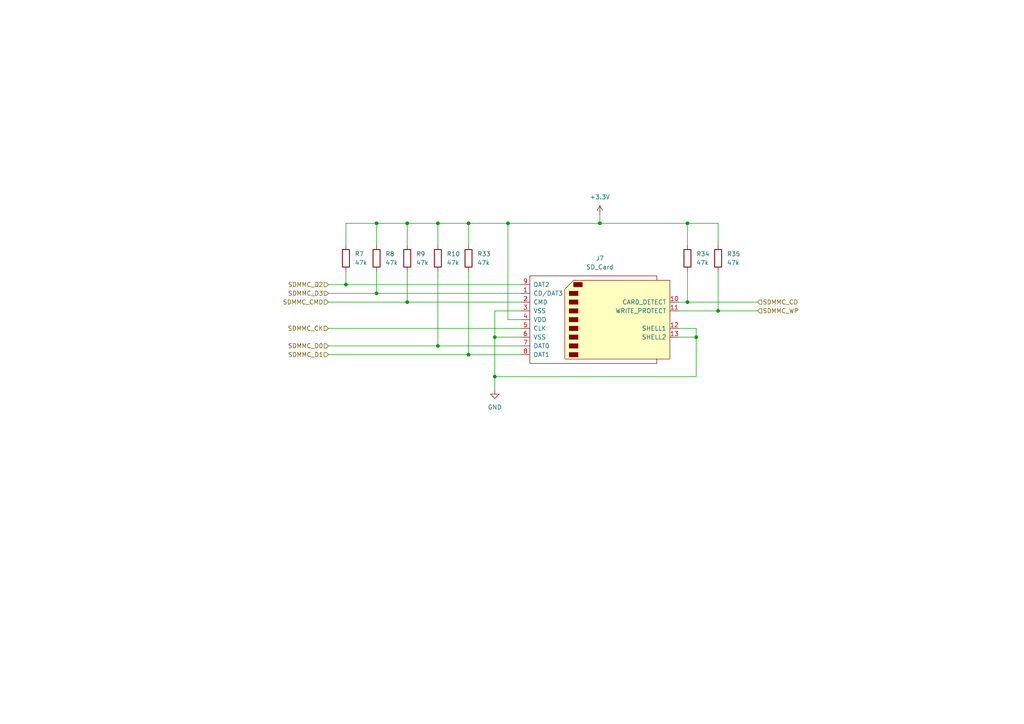
<source format=kicad_sch>
(kicad_sch (version 20230121) (generator eeschema)
  (paper "A4")
  (title_block (title "Polimi Board ") (date "2024-05-15") (rev "2.0") (company "Politecnico di Milano") (comment 1 "Embedded Systems Project") (comment 2 "ing. Zaccaria Eliseo Carrettoni"))
  (lib_symbols
    (symbol "Connector:SD_Card" (pin_names (offset 1.016))
      (property "Reference" "J" (at -16.51 13.97 0))
      (property "Value" "SD_Card" (at 15.24 -13.97 0))
      (symbol "SD_Card_0_1"
        (rectangle (start -8.89 -9.525) (end -6.35 -10.795) (fill (type outline)))
        (rectangle (start -8.89 -6.985) (end -6.35 -8.255) (fill (type outline)))
        (rectangle (start -8.89 -4.445) (end -6.35 -5.715) (fill (type outline)))
        (rectangle (start -8.89 -1.905) (end -6.35 -3.175) (fill (type outline)))
        (rectangle (start -8.89 0.635) (end -6.35 -0.635) (fill (type outline)))
        (rectangle (start -8.89 3.175) (end -6.35 1.905) (fill (type outline)))
        (rectangle (start -8.89 5.715) (end -6.35 4.445) (fill (type outline)))
        (rectangle (start -8.89 8.255) (end -6.35 6.985) (fill (type outline)))
        (rectangle (start -7.62 10.795) (end -5.08 9.525) (fill (type outline)))
        (polyline (pts (xy -10.16 8.89) (xy -7.62 11.43) (xy 20.32 11.43) (xy 20.32 -11.43) (xy -10.16 -11.43) (xy -10.16 8.89)) (fill (type background)))
        (polyline (pts (xy 16.51 11.43) (xy 16.51 12.7) (xy -20.32 12.7) (xy -20.32 -12.7) (xy 16.51 -12.7) (xy 16.51 -11.43)))
      )
      (symbol "SD_Card_1_1"
        (pin input line (at -22.86 7.62 0) (length 2.54) (name "CD/DAT3") (number "1"))
        (pin input line (at 22.86 5.08 180) (length 2.54) (name "CARD_DETECT") (number "10"))
        (pin input line (at 22.86 2.54 180) (length 2.54) (name "WRITE_PROTECT") (number "11"))
        (pin input line (at 22.86 -2.54 180) (length 2.54) (name "SHELL1") (number "12"))
        (pin input line (at 22.86 -5.08 180) (length 2.54) (name "SHELL2") (number "13"))
        (pin input line (at -22.86 5.08 0) (length 2.54) (name "CMD") (number "2"))
        (pin power_in line (at -22.86 2.54 0) (length 2.54) (name "VSS") (number "3"))
        (pin power_in line (at -22.86 0 0) (length 2.54) (name "VDD") (number "4"))
        (pin input line (at -22.86 -2.54 0) (length 2.54) (name "CLK") (number "5"))
        (pin power_in line (at -22.86 -5.08 0) (length 2.54) (name "VSS") (number "6"))
        (pin input line (at -22.86 -7.62 0) (length 2.54) (name "DAT0") (number "7"))
        (pin input line (at -22.86 -10.16 0) (length 2.54) (name "DAT1") (number "8"))
        (pin input line (at -22.86 10.16 0) (length 2.54) (name "DAT2") (number "9"))
      )
    )
    (symbol "Device:R" (pin_numbers hide) (pin_names (offset 0))
      (property "Reference" "R" (at 2.032 0 90))
      (property "Value" "R" (at 0 0 90))
      (symbol "R_0_1"
        (rectangle (start -1.016 -2.54) (end 1.016 2.54) (stroke (width 0.254)))
      )
      (symbol "R_1_1"
        (pin passive line (at 0 3.81 270) (length 1.27) (name "~") (number "1"))
        (pin passive line (at 0 -3.81 90) (length 1.27) (name "~") (number "2"))
      )
    )
    (symbol "power:+3.3V" (power) (pin_names (offset 0))
      (property "Value" "+3.3V" (at 0 3.556 0))
      (symbol "+3.3V_0_1"
        (polyline (pts (xy -0.762 1.27) (xy 0 2.54)))
        (polyline (pts (xy 0 0) (xy 0 2.54)))
        (polyline (pts (xy 0 2.54) (xy 0.762 1.27)))
      )
      (symbol "+3.3V_1_1"
        (pin power_in line (at 0 0 90) (length 0) hide (name "+3.3V") (number "1"))
      )
    )
    (symbol "power:GND" (power) (pin_names (offset 0))
      (property "Value" "GND" (at 0 -3.81 0))
      (symbol "GND_0_1"
        (polyline (pts (xy 0 0) (xy 0 -1.27) (xy 1.27 -1.27) (xy 0 -2.54) (xy -1.27 -1.27) (xy 0 -1.27)))
      )
      (symbol "GND_1_1"
        (pin power_in line (at 0 0 270) (length 0) hide (name "GND") (number "1"))
      )
    )
  )
  (junction (at 199.39 87.63))
  (junction (at 135.89 102.87))
  (junction (at 201.93 97.79))
  (junction (at 118.11 64.77))
  (junction (at 143.51 97.79))
  (junction (at 135.89 64.77))
  (junction (at 173.99 64.77))
  (junction (at 109.22 64.77))
  (junction (at 147.32 64.77))
  (junction (at 100.33 82.55))
  (junction (at 127 100.33))
  (junction (at 208.28 90.17))
  (junction (at 127 64.77))
  (junction (at 199.39 64.77))
  (junction (at 109.22 85.09))
  (junction (at 143.51 109.22))
  (junction (at 118.11 87.63))
  (wire (pts (xy 95.25 102.87) (xy 135.89 102.87)))
  (wire (pts (xy 109.22 64.77) (xy 109.22 71.12)))
  (wire (pts (xy 118.11 64.77) (xy 118.11 71.12)))
  (wire (pts (xy 100.33 78.74) (xy 100.33 82.55)))
  (wire (pts (xy 95.25 82.55) (xy 100.33 82.55)))
  (wire (pts (xy 127 64.77) (xy 135.89 64.77)))
  (wire (pts (xy 127 78.74) (xy 127 100.33)))
  (wire (pts (xy 201.93 97.79) (xy 201.93 109.22)))
  (wire (pts (xy 147.32 92.71) (xy 151.13 92.71)))
  (wire (pts (xy 109.22 64.77) (xy 118.11 64.77)))
  (wire (pts (xy 208.28 90.17) (xy 219.71 90.17)))
  (wire (pts (xy 199.39 87.63) (xy 219.71 87.63)))
  (wire (pts (xy 95.25 87.63) (xy 118.11 87.63)))
  (wire (pts (xy 151.13 90.17) (xy 143.51 90.17)))
  (wire (pts (xy 143.51 97.79) (xy 143.51 109.22)))
  (wire (pts (xy 201.93 95.25) (xy 201.93 97.79)))
  (wire (pts (xy 143.51 109.22) (xy 143.51 113.03)))
  (wire (pts (xy 127 100.33) (xy 151.13 100.33)))
  (wire (pts (xy 95.25 95.25) (xy 151.13 95.25)))
  (wire (pts (xy 100.33 82.55) (xy 151.13 82.55)))
  (wire (pts (xy 109.22 85.09) (xy 151.13 85.09)))
  (wire (pts (xy 127 64.77) (xy 127 71.12)))
  (wire (pts (xy 199.39 64.77) (xy 173.99 64.77)))
  (wire (pts (xy 118.11 64.77) (xy 127 64.77)))
  (wire (pts (xy 135.89 78.74) (xy 135.89 102.87)))
  (wire (pts (xy 143.51 97.79) (xy 151.13 97.79)))
  (wire (pts (xy 196.85 90.17) (xy 208.28 90.17)))
  (wire (pts (xy 135.89 64.77) (xy 147.32 64.77)))
  (wire (pts (xy 208.28 71.12) (xy 208.28 64.77)))
  (wire (pts (xy 196.85 95.25) (xy 201.93 95.25)))
  (wire (pts (xy 100.33 64.77) (xy 109.22 64.77)))
  (wire (pts (xy 95.25 85.09) (xy 109.22 85.09)))
  (wire (pts (xy 135.89 64.77) (xy 135.89 71.12)))
  (wire (pts (xy 143.51 109.22) (xy 201.93 109.22)))
  (wire (pts (xy 196.85 87.63) (xy 199.39 87.63)))
  (wire (pts (xy 208.28 64.77) (xy 199.39 64.77)))
  (wire (pts (xy 173.99 64.77) (xy 173.99 62.23)))
  (wire (pts (xy 147.32 64.77) (xy 147.32 92.71)))
  (wire (pts (xy 109.22 78.74) (xy 109.22 85.09)))
  (wire (pts (xy 147.32 64.77) (xy 173.99 64.77)))
  (wire (pts (xy 196.85 97.79) (xy 201.93 97.79)))
  (wire (pts (xy 118.11 78.74) (xy 118.11 87.63)))
  (wire (pts (xy 143.51 90.17) (xy 143.51 97.79)))
  (wire (pts (xy 100.33 64.77) (xy 100.33 71.12)))
  (wire (pts (xy 199.39 64.77) (xy 199.39 71.12)))
  (wire (pts (xy 199.39 78.74) (xy 199.39 87.63)))
  (wire (pts (xy 135.89 102.87) (xy 151.13 102.87)))
  (wire (pts (xy 95.25 100.33) (xy 127 100.33)))
  (wire (pts (xy 118.11 87.63) (xy 151.13 87.63)))
  (wire (pts (xy 208.28 78.74) (xy 208.28 90.17)))
  (hierarchical_label "SDMMC_D2" (shape input) (at 95.25 82.55 180))
  (hierarchical_label "SDMMC_CD" (shape input) (at 219.71 87.63 0))
  (hierarchical_label "SDMMC_CK" (shape input) (at 95.25 95.25 180))
  (hierarchical_label "SDMMC_D3" (shape input) (at 95.25 85.09 180))
  (hierarchical_label "SDMMC_D1" (shape input) (at 95.25 102.87 180))
  (hierarchical_label "SDMMC_D0" (shape input) (at 95.25 100.33 180))
  (hierarchical_label "SDMMC_WP" (shape input) (at 219.71 90.17 0))
  (hierarchical_label "SDMMC_CMD" (shape input) (at 95.25 87.63 180))
  (symbol (lib_id "power:GND") (at 143.51 113.03 0) (unit 1)
    (property "Reference" "#PWR024" (effects hide))
    (property "Value" "GND" (at 143.51 118.11 0))
  )
  (symbol (lib_id "Device:R") (at 100.33 74.93 0) (unit 1)
    (property "Reference" "R7" (at 102.87 73.66 0) (effects (justify left)))
    (property "Value" "47k" (at 102.87 76.2 0) (effects (justify left)))
  )
  (symbol (lib_id "Device:R") (at 135.89 74.93 0) (unit 1)
    (property "Reference" "R33" (at 138.43 73.66 0) (effects (justify left)))
    (property "Value" "47k" (at 138.43 76.2 0) (effects (justify left)))
  )
  (symbol (lib_id "Device:R") (at 118.11 74.93 0) (unit 1)
    (property "Reference" "R9" (at 120.65 73.66 0) (effects (justify left)))
    (property "Value" "47k" (at 120.65 76.2 0) (effects (justify left)))
  )
  (symbol (lib_id "Device:R") (at 199.39 74.93 0) (unit 1)
    (property "Reference" "R34" (at 201.93 73.66 0) (effects (justify left)))
    (property "Value" "47k" (at 201.93 76.2 0) (effects (justify left)))
  )
  (symbol (lib_id "Device:R") (at 109.22 74.93 0) (unit 1)
    (property "Reference" "R8" (at 111.76 73.66 0) (effects (justify left)))
    (property "Value" "47k" (at 111.76 76.2 0) (effects (justify left)))
  )
  (symbol (lib_id "Device:R") (at 208.28 74.93 0) (unit 1)
    (property "Reference" "R35" (at 210.82 73.66 0) (effects (justify left)))
    (property "Value" "47k" (at 210.82 76.2 0) (effects (justify left)))
  )
  (symbol (lib_id "Connector:SD_Card") (at 173.99 92.71 0) (unit 1)
    (property "Reference" "J7" (at 173.99 74.93 0))
    (property "Value" "SD_Card" (at 173.99 77.47 0))
    (property "Datasheet" "http://portal.fciconnect.com/Comergent//fci/drawing/10067847.pdf" (effects hide))
  )
  (symbol (lib_id "Device:R") (at 127 74.93 0) (unit 1)
    (property "Reference" "R10" (at 129.54 73.66 0) (effects (justify left)))
    (property "Value" "47k" (at 129.54 76.2 0) (effects (justify left)))
  )
  (symbol (lib_id "power:+3.3V") (at 173.99 62.23 0) (unit 1)
    (property "Reference" "#PWR023" (effects hide))
    (property "Value" "+3.3V" (at 173.99 57.15 0))
  )
)
</source>
